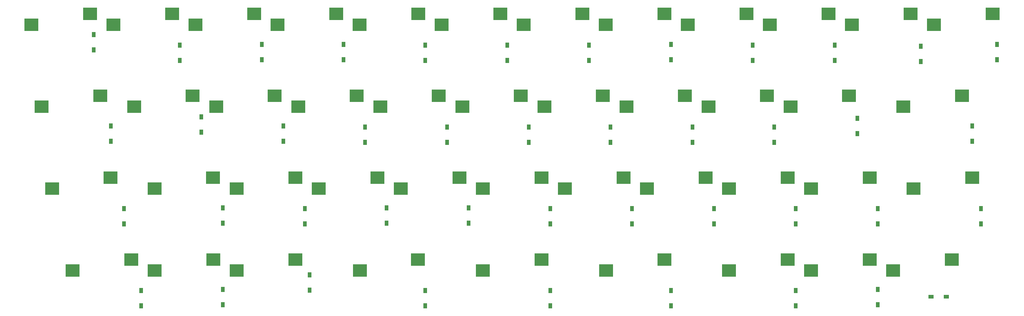
<source format=gbr>
%TF.GenerationSoftware,KiCad,Pcbnew,8.0.6*%
%TF.CreationDate,2025-02-15T21:29:15+09:00*%
%TF.ProjectId,assemble,61737365-6d62-46c6-952e-6b696361645f,rev?*%
%TF.SameCoordinates,Original*%
%TF.FileFunction,Paste,Bot*%
%TF.FilePolarity,Positive*%
%FSLAX46Y46*%
G04 Gerber Fmt 4.6, Leading zero omitted, Abs format (unit mm)*
G04 Created by KiCad (PCBNEW 8.0.6) date 2025-02-15 21:29:15*
%MOMM*%
%LPD*%
G01*
G04 APERTURE LIST*
%ADD10R,0.950000X1.300000*%
%ADD11R,3.300000X3.000000*%
%ADD12R,1.300000X0.950000*%
G04 APERTURE END LIST*
D10*
%TO.C,D2*%
X61000000Y-71000000D03*
X61000000Y-74550000D03*
%TD*%
%TO.C,D27*%
X182000000Y-93775000D03*
X182000000Y-90225000D03*
%TD*%
D11*
%TO.C,SW32*%
X185431250Y-85526250D03*
X199031250Y-82986250D03*
%TD*%
D10*
%TO.C,D23*%
X163000000Y-93775000D03*
X163000000Y-90225000D03*
%TD*%
%TO.C,D26*%
X177000000Y-74775000D03*
X177000000Y-71225000D03*
%TD*%
D11*
%TO.C,SW35*%
X199718750Y-66476250D03*
X213318750Y-63936250D03*
%TD*%
D10*
%TO.C,D8*%
X87000000Y-112550000D03*
X87000000Y-109000000D03*
%TD*%
D11*
%TO.C,SW22*%
X137806250Y-47426250D03*
X151406250Y-44886250D03*
%TD*%
%TO.C,SW25*%
X175960000Y-104616250D03*
X189460000Y-102076250D03*
%TD*%
D10*
%TO.C,D13*%
X115000000Y-55550000D03*
X115000000Y-52000000D03*
%TD*%
%TO.C,D1*%
X57000000Y-49725000D03*
X57000000Y-53275000D03*
%TD*%
%TO.C,D7*%
X87000000Y-93550000D03*
X87000000Y-90000000D03*
%TD*%
D11*
%TO.C,SW10*%
X80656250Y-47420000D03*
X94256250Y-44880000D03*
%TD*%
D10*
%TO.C,D31*%
X201000000Y-93775000D03*
X201000000Y-90225000D03*
%TD*%
%TO.C,D37*%
X229000000Y-55775000D03*
X229000000Y-52225000D03*
%TD*%
%TO.C,D34*%
X215000000Y-74775000D03*
X215000000Y-71225000D03*
%TD*%
%TO.C,D30*%
X196000000Y-74775000D03*
X196000000Y-71225000D03*
%TD*%
%TO.C,D32*%
X239000000Y-112550000D03*
X239000000Y-109000000D03*
%TD*%
D11*
%TO.C,SW7*%
X66368750Y-66476250D03*
X79968750Y-63936250D03*
%TD*%
D10*
%TO.C,D9*%
X96000000Y-55585000D03*
X96000000Y-52035000D03*
%TD*%
%TO.C,D21*%
X153000000Y-55775000D03*
X153000000Y-52225000D03*
%TD*%
%TO.C,D19*%
X144000000Y-93550000D03*
X144000000Y-90000000D03*
%TD*%
%TO.C,D40*%
X263000000Y-93775000D03*
X263000000Y-90225000D03*
%TD*%
D12*
%TO.C,D36*%
X251357190Y-110728125D03*
X254907190Y-110728125D03*
%TD*%
D10*
%TO.C,D20*%
X163000000Y-112775000D03*
X163000000Y-109225000D03*
%TD*%
D11*
%TO.C,SW29*%
X204481250Y-104576250D03*
X218081250Y-102036250D03*
%TD*%
%TO.C,SW11*%
X85418750Y-66476250D03*
X99018750Y-63936250D03*
%TD*%
D10*
%TO.C,D10*%
X101000000Y-74550000D03*
X101000000Y-71000000D03*
%TD*%
%TO.C,D16*%
X134000000Y-112775000D03*
X134000000Y-109225000D03*
%TD*%
D11*
%TO.C,SW40*%
X223531250Y-85526250D03*
X237131250Y-82986250D03*
%TD*%
%TO.C,SW15*%
X104468750Y-66476250D03*
X118068750Y-63936250D03*
%TD*%
D10*
%TO.C,D43*%
X261000000Y-74550000D03*
X261000000Y-71000000D03*
%TD*%
D11*
%TO.C,SW37*%
X242581250Y-104576250D03*
X256181250Y-102036250D03*
%TD*%
%TO.C,SW16*%
X109231250Y-85526250D03*
X122831250Y-82986250D03*
%TD*%
D10*
%TO.C,D14*%
X120000000Y-74775000D03*
X120000000Y-71225000D03*
%TD*%
D11*
%TO.C,SW24*%
X147331250Y-85526250D03*
X160931250Y-82986250D03*
%TD*%
D10*
%TO.C,D39*%
X239000000Y-93775000D03*
X239000000Y-90225000D03*
%TD*%
D11*
%TO.C,SW23*%
X142568750Y-66476250D03*
X156168750Y-63936250D03*
%TD*%
%TO.C,SW38*%
X214006250Y-47426250D03*
X227606250Y-44886250D03*
%TD*%
D10*
%TO.C,D42*%
X266700000Y-55550000D03*
X266700000Y-52000000D03*
%TD*%
D11*
%TO.C,SW13*%
X90181250Y-104576250D03*
X103781250Y-102036250D03*
%TD*%
%TO.C,SW20*%
X128281250Y-85526250D03*
X141881250Y-82986250D03*
%TD*%
%TO.C,SW9*%
X71131250Y-104576250D03*
X84731250Y-102036250D03*
%TD*%
%TO.C,SW39*%
X218768750Y-66476250D03*
X232368750Y-63936250D03*
%TD*%
D10*
%TO.C,D11*%
X106000000Y-93775000D03*
X106000000Y-90225000D03*
%TD*%
%TO.C,D4*%
X68000000Y-109225000D03*
X68000000Y-112775000D03*
%TD*%
%TO.C,D12*%
X107158500Y-109169375D03*
X107158500Y-105619375D03*
%TD*%
%TO.C,D28*%
X220000000Y-112775000D03*
X220000000Y-109225000D03*
%TD*%
%TO.C,D29*%
X191000000Y-55550000D03*
X191000000Y-52000000D03*
%TD*%
D11*
%TO.C,SW12*%
X90181250Y-85526250D03*
X103781250Y-82986250D03*
%TD*%
D10*
%TO.C,D24*%
X191000000Y-112775000D03*
X191000000Y-109225000D03*
%TD*%
%TO.C,D38*%
X234319920Y-72736250D03*
X234319920Y-69186250D03*
%TD*%
D11*
%TO.C,SW2*%
X42550000Y-47420000D03*
X56150000Y-44880000D03*
%TD*%
D10*
%TO.C,D33*%
X210000000Y-55775000D03*
X210000000Y-52225000D03*
%TD*%
D11*
%TO.C,SW36*%
X204481250Y-85526250D03*
X218081250Y-82986250D03*
%TD*%
%TO.C,SW21*%
X147331250Y-104576250D03*
X160931250Y-102036250D03*
%TD*%
%TO.C,SW27*%
X161618750Y-66476250D03*
X175218750Y-63936250D03*
%TD*%
%TO.C,SW33*%
X223531250Y-104576250D03*
X237131250Y-102036250D03*
%TD*%
%TO.C,SW41*%
X247343750Y-85526250D03*
X260943750Y-82986250D03*
%TD*%
%TO.C,SW31*%
X180668750Y-66476250D03*
X194268750Y-63936250D03*
%TD*%
D10*
%TO.C,D3*%
X64000000Y-90225000D03*
X64000000Y-93775000D03*
%TD*%
D11*
%TO.C,SW5*%
X52081250Y-104576250D03*
X65681250Y-102036250D03*
%TD*%
%TO.C,SW19*%
X123518750Y-66476250D03*
X137118750Y-63936250D03*
%TD*%
D10*
%TO.C,D5*%
X77000000Y-55775000D03*
X77000000Y-52225000D03*
%TD*%
%TO.C,D35*%
X220000000Y-93775000D03*
X220000000Y-90225000D03*
%TD*%
D11*
%TO.C,SW4*%
X47310000Y-85520000D03*
X60910000Y-82980000D03*
%TD*%
%TO.C,SW42*%
X233056250Y-47426250D03*
X246656250Y-44886250D03*
%TD*%
D10*
%TO.C,D6*%
X82000000Y-72390000D03*
X82000000Y-68840000D03*
%TD*%
D11*
%TO.C,SW30*%
X175906250Y-47426250D03*
X189506250Y-44886250D03*
%TD*%
%TO.C,SW3*%
X44930000Y-66470000D03*
X58530000Y-63930000D03*
%TD*%
D10*
%TO.C,D18*%
X139000000Y-74775000D03*
X139000000Y-71225000D03*
%TD*%
%TO.C,D15*%
X125000000Y-93585000D03*
X125000000Y-90035000D03*
%TD*%
D11*
%TO.C,SW26*%
X156856250Y-47420000D03*
X170456250Y-44880000D03*
%TD*%
%TO.C,SW18*%
X118756250Y-47426250D03*
X132356250Y-44886250D03*
%TD*%
D10*
%TO.C,D41*%
X249000000Y-56000000D03*
X249000000Y-52450000D03*
%TD*%
%TO.C,D17*%
X134000000Y-55775000D03*
X134000000Y-52225000D03*
%TD*%
D11*
%TO.C,SW44*%
X244970000Y-66476250D03*
X258570000Y-63936250D03*
%TD*%
%TO.C,SW14*%
X99706250Y-47426250D03*
X113306250Y-44886250D03*
%TD*%
%TO.C,SW8*%
X71122500Y-85526250D03*
X84722500Y-82986250D03*
%TD*%
D10*
%TO.C,D22*%
X158000000Y-74775000D03*
X158000000Y-71225000D03*
%TD*%
D11*
%TO.C,SW43*%
X252106250Y-47420000D03*
X265706250Y-44880000D03*
%TD*%
%TO.C,SW34*%
X194956250Y-47426250D03*
X208556250Y-44886250D03*
%TD*%
%TO.C,SW6*%
X61606250Y-47420000D03*
X75206250Y-44880000D03*
%TD*%
%TO.C,SW17*%
X118800000Y-104616250D03*
X132300000Y-102076250D03*
%TD*%
D10*
%TO.C,D25*%
X172000000Y-55775000D03*
X172000000Y-52225000D03*
%TD*%
D11*
%TO.C,SW28*%
X166381250Y-85526250D03*
X179981250Y-82986250D03*
%TD*%
M02*

</source>
